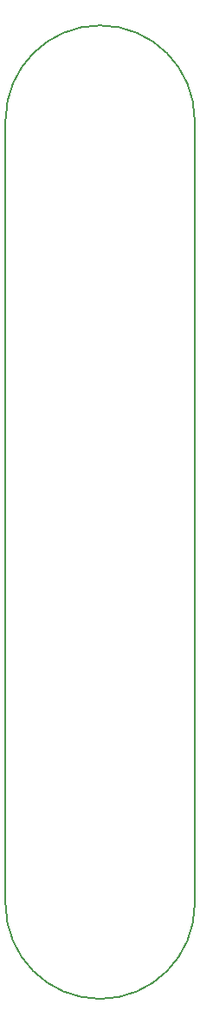
<source format=gm1>
%TF.GenerationSoftware,KiCad,Pcbnew,5.0.0+dfsg1-2*%
%TF.CreationDate,2019-02-10T19:26:03+01:00*%
%TF.ProjectId,yatara-puno-mx-4,7961746172612D70756E6F2D6D782D34,0.2*%
%TF.SameCoordinates,Original*%
%TF.FileFunction,Profile,NP*%
%FSLAX46Y46*%
G04 Gerber Fmt 4.6, Leading zero omitted, Abs format (unit mm)*
G04 Created by KiCad (PCBNEW 5.0.0+dfsg1-2) date Sun Feb 10 19:26:03 2019*
%MOMM*%
%LPD*%
G01*
G04 APERTURE LIST*
%ADD10C,0.150000*%
G04 APERTURE END LIST*
D10*
X64750000Y-33387500D02*
X64750000Y-109862500D01*
X83250000Y-33387500D02*
X83250000Y-109862500D01*
X83250000Y-109862500D02*
G75*
G02X64750000Y-109862500I-9250000J0D01*
G01*
X64750000Y-33387500D02*
G75*
G02X83250000Y-33387500I9250000J0D01*
G01*
M02*

</source>
